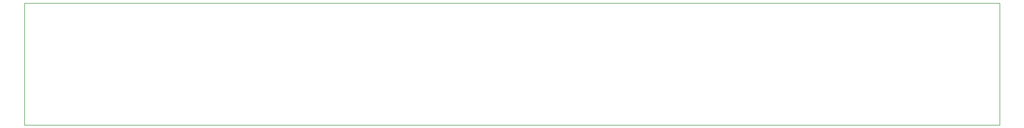
<source format=gbr>
%TF.GenerationSoftware,KiCad,Pcbnew,(5.1.9)-1*%
%TF.CreationDate,2021-02-27T22:52:39+01:00*%
%TF.ProjectId,PCA-Z1,5043412d-5a31-42e6-9b69-6361645f7063,rev?*%
%TF.SameCoordinates,Original*%
%TF.FileFunction,Profile,NP*%
%FSLAX46Y46*%
G04 Gerber Fmt 4.6, Leading zero omitted, Abs format (unit mm)*
G04 Created by KiCad (PCBNEW (5.1.9)-1) date 2021-02-27 22:52:39*
%MOMM*%
%LPD*%
G01*
G04 APERTURE LIST*
%TA.AperFunction,Profile*%
%ADD10C,0.050000*%
%TD*%
G04 APERTURE END LIST*
D10*
X78740000Y-81280000D02*
X241300000Y-81280000D01*
X78740000Y-101600000D02*
X78740000Y-81280000D01*
X241300000Y-101600000D02*
X78740000Y-101600000D01*
X241300000Y-81280000D02*
X241300000Y-101600000D01*
M02*

</source>
